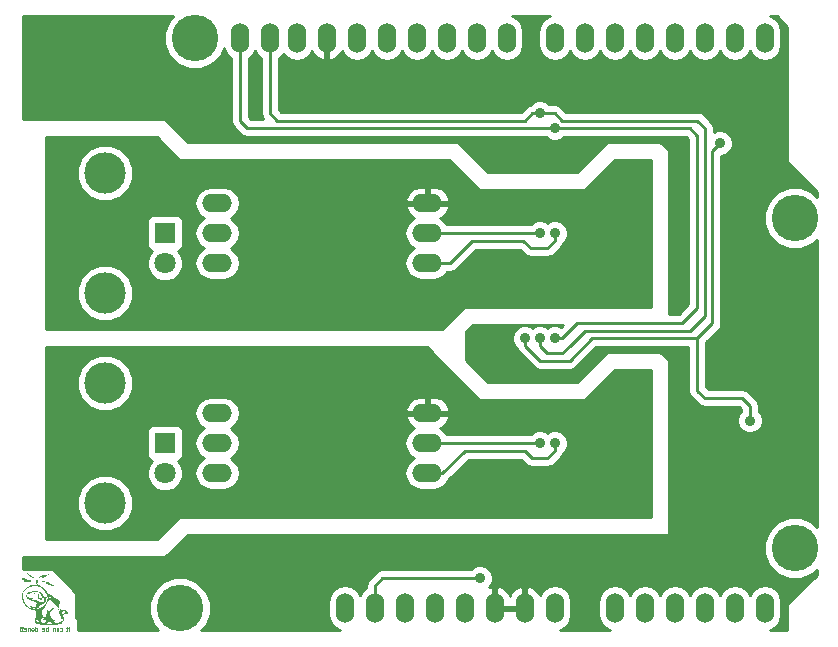
<source format=gbl>
G04 (created by PCBNEW (2013-07-07 BZR 4022)-stable) date 15/12/2015 05:16:37*
%MOIN*%
G04 Gerber Fmt 3.4, Leading zero omitted, Abs format*
%FSLAX34Y34*%
G01*
G70*
G90*
G04 APERTURE LIST*
%ADD10C,0.00590551*%
%ADD11C,0.0019685*%
%ADD12C,0.0001*%
%ADD13C,0.137795*%
%ADD14R,0.0708661X0.0708661*%
%ADD15C,0.0708661*%
%ADD16O,0.06X0.1*%
%ADD17C,0.155*%
%ADD18O,0.1X0.0607087*%
%ADD19O,0.1X0.06*%
%ADD20C,0.035*%
%ADD21C,0.01*%
G04 APERTURE END LIST*
G54D10*
G54D11*
X45313Y-48255D02*
X45313Y-48117D01*
X45267Y-48163D02*
X45215Y-48163D01*
X45248Y-48117D02*
X45248Y-48236D01*
X45241Y-48249D01*
X45228Y-48255D01*
X45215Y-48255D01*
X45005Y-48249D02*
X45018Y-48255D01*
X45044Y-48255D01*
X45057Y-48249D01*
X45064Y-48242D01*
X45070Y-48229D01*
X45070Y-48190D01*
X45064Y-48177D01*
X45057Y-48170D01*
X45044Y-48163D01*
X45018Y-48163D01*
X45005Y-48170D01*
X44887Y-48255D02*
X44887Y-48183D01*
X44893Y-48170D01*
X44906Y-48163D01*
X44933Y-48163D01*
X44946Y-48170D01*
X44887Y-48249D02*
X44900Y-48255D01*
X44933Y-48255D01*
X44946Y-48249D01*
X44952Y-48236D01*
X44952Y-48222D01*
X44946Y-48209D01*
X44933Y-48203D01*
X44900Y-48203D01*
X44887Y-48196D01*
X44821Y-48163D02*
X44821Y-48255D01*
X44821Y-48177D02*
X44814Y-48170D01*
X44801Y-48163D01*
X44782Y-48163D01*
X44769Y-48170D01*
X44762Y-48183D01*
X44762Y-48255D01*
X44591Y-48255D02*
X44591Y-48117D01*
X44591Y-48170D02*
X44578Y-48163D01*
X44552Y-48163D01*
X44539Y-48170D01*
X44532Y-48177D01*
X44526Y-48190D01*
X44526Y-48229D01*
X44532Y-48242D01*
X44539Y-48249D01*
X44552Y-48255D01*
X44578Y-48255D01*
X44591Y-48249D01*
X44414Y-48249D02*
X44427Y-48255D01*
X44454Y-48255D01*
X44467Y-48249D01*
X44473Y-48236D01*
X44473Y-48183D01*
X44467Y-48170D01*
X44454Y-48163D01*
X44427Y-48163D01*
X44414Y-48170D01*
X44408Y-48183D01*
X44408Y-48196D01*
X44473Y-48209D01*
X44185Y-48255D02*
X44185Y-48117D01*
X44185Y-48249D02*
X44198Y-48255D01*
X44224Y-48255D01*
X44237Y-48249D01*
X44244Y-48242D01*
X44250Y-48229D01*
X44250Y-48190D01*
X44244Y-48177D01*
X44237Y-48170D01*
X44224Y-48163D01*
X44198Y-48163D01*
X44185Y-48170D01*
X44099Y-48255D02*
X44112Y-48249D01*
X44119Y-48242D01*
X44125Y-48229D01*
X44125Y-48190D01*
X44119Y-48177D01*
X44112Y-48170D01*
X44099Y-48163D01*
X44080Y-48163D01*
X44066Y-48170D01*
X44060Y-48177D01*
X44053Y-48190D01*
X44053Y-48229D01*
X44060Y-48242D01*
X44066Y-48249D01*
X44080Y-48255D01*
X44099Y-48255D01*
X43994Y-48163D02*
X43994Y-48255D01*
X43994Y-48177D02*
X43988Y-48170D01*
X43975Y-48163D01*
X43955Y-48163D01*
X43942Y-48170D01*
X43935Y-48183D01*
X43935Y-48255D01*
X43817Y-48249D02*
X43830Y-48255D01*
X43856Y-48255D01*
X43870Y-48249D01*
X43876Y-48236D01*
X43876Y-48183D01*
X43870Y-48170D01*
X43856Y-48163D01*
X43830Y-48163D01*
X43817Y-48170D01*
X43811Y-48183D01*
X43811Y-48196D01*
X43876Y-48209D01*
X43751Y-48242D02*
X43745Y-48249D01*
X43751Y-48255D01*
X43758Y-48249D01*
X43751Y-48242D01*
X43751Y-48255D01*
X43751Y-48203D02*
X43758Y-48124D01*
X43751Y-48117D01*
X43745Y-48124D01*
X43751Y-48203D01*
X43751Y-48117D01*
X43686Y-48242D02*
X43679Y-48249D01*
X43686Y-48255D01*
X43692Y-48249D01*
X43686Y-48242D01*
X43686Y-48255D01*
X43686Y-48203D02*
X43692Y-48124D01*
X43686Y-48117D01*
X43679Y-48124D01*
X43686Y-48203D01*
X43686Y-48117D01*
G54D12*
G36*
X43726Y-47053D02*
X43732Y-47171D01*
X43761Y-47253D01*
X43761Y-47131D01*
X43764Y-47024D01*
X43798Y-46930D01*
X43825Y-46895D01*
X43901Y-46837D01*
X44004Y-46795D01*
X44120Y-46772D01*
X44235Y-46769D01*
X44333Y-46791D01*
X44352Y-46800D01*
X44441Y-46865D01*
X44517Y-46955D01*
X44572Y-47058D01*
X44597Y-47158D01*
X44597Y-47173D01*
X44578Y-47264D01*
X44526Y-47356D01*
X44450Y-47438D01*
X44406Y-47470D01*
X44285Y-47522D01*
X44159Y-47532D01*
X44029Y-47499D01*
X44016Y-47493D01*
X43918Y-47429D01*
X43841Y-47341D01*
X43788Y-47239D01*
X43761Y-47131D01*
X43761Y-47253D01*
X43774Y-47291D01*
X43853Y-47409D01*
X43858Y-47413D01*
X43920Y-47475D01*
X43987Y-47518D01*
X44074Y-47549D01*
X44141Y-47565D01*
X44193Y-47595D01*
X44216Y-47656D01*
X44207Y-47743D01*
X44191Y-47797D01*
X44168Y-47880D01*
X44166Y-47948D01*
X44168Y-47957D01*
X44186Y-47999D01*
X44191Y-48001D01*
X44191Y-47911D01*
X44197Y-47876D01*
X44214Y-47839D01*
X44232Y-47801D01*
X44239Y-47797D01*
X44237Y-47804D01*
X44237Y-47842D01*
X44252Y-47881D01*
X44272Y-47908D01*
X44292Y-47911D01*
X44298Y-47902D01*
X44307Y-47891D01*
X44311Y-47911D01*
X44296Y-47942D01*
X44256Y-47949D01*
X44208Y-47931D01*
X44191Y-47911D01*
X44191Y-48001D01*
X44223Y-48014D01*
X44254Y-48016D01*
X44269Y-48017D01*
X44269Y-47983D01*
X44280Y-47972D01*
X44291Y-47983D01*
X44280Y-47993D01*
X44269Y-47983D01*
X44269Y-48017D01*
X44310Y-48021D01*
X44346Y-48035D01*
X44347Y-48035D01*
X44369Y-48045D01*
X44369Y-47944D01*
X44374Y-47876D01*
X44387Y-47841D01*
X44414Y-47827D01*
X44449Y-47823D01*
X44503Y-47815D01*
X44528Y-47806D01*
X44517Y-47799D01*
X44482Y-47797D01*
X44435Y-47791D01*
X44414Y-47780D01*
X44426Y-47769D01*
X44469Y-47764D01*
X44476Y-47764D01*
X44529Y-47774D01*
X44544Y-47798D01*
X44524Y-47823D01*
X44475Y-47841D01*
X44434Y-47854D01*
X44437Y-47869D01*
X44439Y-47869D01*
X44481Y-47878D01*
X44510Y-47873D01*
X44541Y-47865D01*
X44551Y-47874D01*
X44542Y-47910D01*
X44531Y-47944D01*
X44510Y-47988D01*
X44480Y-48001D01*
X44437Y-47995D01*
X44383Y-47973D01*
X44369Y-47944D01*
X44369Y-48045D01*
X44380Y-48049D01*
X44442Y-48061D01*
X44519Y-48070D01*
X44597Y-48074D01*
X44664Y-48073D01*
X44708Y-48067D01*
X44716Y-48062D01*
X44709Y-48044D01*
X44660Y-48037D01*
X44655Y-48037D01*
X44593Y-48030D01*
X44565Y-48012D01*
X44575Y-47987D01*
X44595Y-47973D01*
X44660Y-47951D01*
X44708Y-47969D01*
X44733Y-48007D01*
X44752Y-48039D01*
X44775Y-48055D01*
X44794Y-48056D01*
X44794Y-48005D01*
X44805Y-47993D01*
X44816Y-48005D01*
X44805Y-48016D01*
X44794Y-48005D01*
X44794Y-48056D01*
X44818Y-48057D01*
X44882Y-48052D01*
X44979Y-48039D01*
X45040Y-48024D01*
X45071Y-48003D01*
X45078Y-47977D01*
X45095Y-47937D01*
X45114Y-47918D01*
X45132Y-47886D01*
X45138Y-47841D01*
X45130Y-47797D01*
X45113Y-47768D01*
X45093Y-47767D01*
X45088Y-47765D01*
X45110Y-47741D01*
X45111Y-47740D01*
X45157Y-47696D01*
X45185Y-47665D01*
X45207Y-47644D01*
X45206Y-47659D01*
X45203Y-47669D01*
X45204Y-47698D01*
X45233Y-47703D01*
X45264Y-47690D01*
X45262Y-47659D01*
X45231Y-47597D01*
X45186Y-47554D01*
X45139Y-47534D01*
X45099Y-47545D01*
X45088Y-47558D01*
X45063Y-47564D01*
X45033Y-47543D01*
X45001Y-47520D01*
X44993Y-47528D01*
X45008Y-47571D01*
X45024Y-47606D01*
X45044Y-47650D01*
X45045Y-47658D01*
X45026Y-47633D01*
X45021Y-47627D01*
X44984Y-47586D01*
X44964Y-47582D01*
X44968Y-47614D01*
X44983Y-47649D01*
X45014Y-47718D01*
X45035Y-47785D01*
X45035Y-47786D01*
X45052Y-47830D01*
X45074Y-47846D01*
X45075Y-47846D01*
X45082Y-47848D01*
X45082Y-47672D01*
X45082Y-47638D01*
X45103Y-47596D01*
X45128Y-47582D01*
X45159Y-47590D01*
X45164Y-47620D01*
X45141Y-47659D01*
X45140Y-47661D01*
X45102Y-47686D01*
X45082Y-47672D01*
X45082Y-47848D01*
X45098Y-47852D01*
X45090Y-47885D01*
X45057Y-47933D01*
X45005Y-47976D01*
X44940Y-48001D01*
X44876Y-48003D01*
X44830Y-47982D01*
X44825Y-47976D01*
X44809Y-47941D01*
X44822Y-47924D01*
X44825Y-47906D01*
X44790Y-47883D01*
X44743Y-47846D01*
X44703Y-47789D01*
X44698Y-47778D01*
X44674Y-47685D01*
X44690Y-47606D01*
X44744Y-47545D01*
X44769Y-47531D01*
X44812Y-47501D01*
X44817Y-47481D01*
X44788Y-47478D01*
X44743Y-47493D01*
X44701Y-47525D01*
X44662Y-47574D01*
X44636Y-47625D01*
X44631Y-47665D01*
X44633Y-47670D01*
X44627Y-47686D01*
X44620Y-47688D01*
X44604Y-47668D01*
X44598Y-47622D01*
X44597Y-47621D01*
X44591Y-47577D01*
X44576Y-47567D01*
X44575Y-47567D01*
X44560Y-47596D01*
X44554Y-47649D01*
X44554Y-47654D01*
X44539Y-47715D01*
X44504Y-47747D01*
X44460Y-47749D01*
X44420Y-47722D01*
X44395Y-47663D01*
X44394Y-47659D01*
X44395Y-47580D01*
X44430Y-47512D01*
X44487Y-47455D01*
X44533Y-47404D01*
X44576Y-47334D01*
X44586Y-47312D01*
X44612Y-47254D01*
X44625Y-47226D01*
X44625Y-47088D01*
X44648Y-47081D01*
X44669Y-47087D01*
X44693Y-47114D01*
X44692Y-47131D01*
X44668Y-47160D01*
X44643Y-47148D01*
X44632Y-47127D01*
X44625Y-47088D01*
X44625Y-47226D01*
X44630Y-47216D01*
X44634Y-47209D01*
X44656Y-47212D01*
X44701Y-47241D01*
X44750Y-47281D01*
X44750Y-47108D01*
X44761Y-47097D01*
X44772Y-47108D01*
X44761Y-47119D01*
X44750Y-47108D01*
X44750Y-47281D01*
X44761Y-47291D01*
X44828Y-47354D01*
X44857Y-47383D01*
X44923Y-47448D01*
X44966Y-47483D01*
X44984Y-47487D01*
X44975Y-47459D01*
X44972Y-47452D01*
X44966Y-47402D01*
X44982Y-47371D01*
X45006Y-47332D01*
X45013Y-47312D01*
X44998Y-47279D01*
X44960Y-47234D01*
X44913Y-47189D01*
X44869Y-47156D01*
X44841Y-47146D01*
X44811Y-47135D01*
X44806Y-47119D01*
X44785Y-47091D01*
X44729Y-47064D01*
X44701Y-47054D01*
X44641Y-47032D01*
X44603Y-47009D01*
X44597Y-46999D01*
X44580Y-46958D01*
X44538Y-46903D01*
X44479Y-46843D01*
X44413Y-46789D01*
X44351Y-46749D01*
X44340Y-46744D01*
X44281Y-46717D01*
X44255Y-46694D01*
X44251Y-46660D01*
X44257Y-46626D01*
X44263Y-46574D01*
X44252Y-46552D01*
X44237Y-46550D01*
X44216Y-46558D01*
X44211Y-46591D01*
X44217Y-46637D01*
X44231Y-46725D01*
X44134Y-46725D01*
X44032Y-46740D01*
X43925Y-46781D01*
X43823Y-46852D01*
X43757Y-46946D01*
X43726Y-47053D01*
X43726Y-47053D01*
X43726Y-47053D01*
G37*
G36*
X44925Y-47521D02*
X44941Y-47541D01*
X44947Y-47545D01*
X44968Y-47551D01*
X44969Y-47548D01*
X44954Y-47528D01*
X44947Y-47524D01*
X44927Y-47518D01*
X44925Y-47521D01*
X44925Y-47521D01*
X44925Y-47521D01*
G37*
G36*
X44816Y-47130D02*
X44827Y-47140D01*
X44838Y-47130D01*
X44827Y-47119D01*
X44816Y-47130D01*
X44816Y-47130D01*
X44816Y-47130D01*
G37*
G36*
X44388Y-46612D02*
X44417Y-46628D01*
X44473Y-46637D01*
X44494Y-46638D01*
X44549Y-46641D01*
X44563Y-46650D01*
X44554Y-46659D01*
X44534Y-46675D01*
X44536Y-46688D01*
X44566Y-46702D01*
X44630Y-46722D01*
X44666Y-46733D01*
X44751Y-46757D01*
X44798Y-46766D01*
X44811Y-46761D01*
X44795Y-46743D01*
X44785Y-46735D01*
X44735Y-46709D01*
X44702Y-46703D01*
X44669Y-46689D01*
X44662Y-46673D01*
X44655Y-46648D01*
X44625Y-46629D01*
X44567Y-46615D01*
X44485Y-46602D01*
X44418Y-46596D01*
X44388Y-46600D01*
X44388Y-46612D01*
X44388Y-46612D01*
X44388Y-46612D01*
G37*
G36*
X43701Y-46528D02*
X43720Y-46543D01*
X43765Y-46550D01*
X43765Y-46550D01*
X43811Y-46556D01*
X43820Y-46575D01*
X43818Y-46583D01*
X43818Y-46601D01*
X43842Y-46612D01*
X43899Y-46615D01*
X43937Y-46615D01*
X44010Y-46612D01*
X44063Y-46604D01*
X44083Y-46594D01*
X44073Y-46579D01*
X44027Y-46572D01*
X44010Y-46572D01*
X43941Y-46563D01*
X43911Y-46539D01*
X43886Y-46521D01*
X43837Y-46509D01*
X43779Y-46505D01*
X43729Y-46509D01*
X43702Y-46523D01*
X43701Y-46528D01*
X43701Y-46528D01*
X43701Y-46528D01*
G37*
G36*
X44291Y-46476D02*
X44298Y-46494D01*
X44323Y-46486D01*
X44344Y-46472D01*
X44382Y-46451D01*
X44399Y-46456D01*
X44404Y-46470D01*
X44416Y-46484D01*
X44447Y-46479D01*
X44503Y-46455D01*
X44542Y-46435D01*
X44604Y-46401D01*
X44642Y-46374D01*
X44649Y-46360D01*
X44648Y-46360D01*
X44612Y-46363D01*
X44560Y-46383D01*
X44556Y-46385D01*
X44501Y-46404D01*
X44458Y-46406D01*
X44456Y-46405D01*
X44411Y-46404D01*
X44357Y-46419D01*
X44311Y-46446D01*
X44291Y-46476D01*
X44291Y-46476D01*
X44291Y-46476D01*
X44291Y-46476D01*
G37*
G36*
X43914Y-46334D02*
X43922Y-46358D01*
X43946Y-46386D01*
X43991Y-46423D01*
X44046Y-46456D01*
X44101Y-46482D01*
X44142Y-46494D01*
X44160Y-46487D01*
X44160Y-46486D01*
X44141Y-46463D01*
X44119Y-46452D01*
X44075Y-46428D01*
X44023Y-46389D01*
X44019Y-46385D01*
X43970Y-46348D01*
X43933Y-46331D01*
X43914Y-46334D01*
X43914Y-46334D01*
X43914Y-46334D01*
G37*
G36*
X43867Y-47020D02*
X43876Y-47085D01*
X43882Y-47100D01*
X43910Y-47157D01*
X43946Y-47197D01*
X43993Y-47222D01*
X43993Y-47199D01*
X44002Y-47191D01*
X44036Y-47188D01*
X44044Y-47193D01*
X44038Y-47203D01*
X44015Y-47205D01*
X43993Y-47199D01*
X43993Y-47222D01*
X44000Y-47226D01*
X44084Y-47255D01*
X44099Y-47259D01*
X44174Y-47282D01*
X44212Y-47301D01*
X44222Y-47323D01*
X44208Y-47353D01*
X44204Y-47358D01*
X44197Y-47406D01*
X44206Y-47429D01*
X44214Y-47459D01*
X44189Y-47469D01*
X44177Y-47469D01*
X44120Y-47458D01*
X44067Y-47437D01*
X44025Y-47418D01*
X44008Y-47423D01*
X44006Y-47435D01*
X44026Y-47463D01*
X44075Y-47487D01*
X44140Y-47505D01*
X44205Y-47513D01*
X44258Y-47508D01*
X44277Y-47498D01*
X44289Y-47465D01*
X44291Y-47444D01*
X44309Y-47411D01*
X44366Y-47385D01*
X44377Y-47381D01*
X44449Y-47350D01*
X44507Y-47301D01*
X44542Y-47246D01*
X44546Y-47201D01*
X44546Y-47169D01*
X44556Y-47163D01*
X44575Y-47146D01*
X44575Y-47138D01*
X44559Y-47123D01*
X44545Y-47125D01*
X44504Y-47123D01*
X44491Y-47114D01*
X44477Y-47109D01*
X44476Y-47142D01*
X44479Y-47165D01*
X44481Y-47226D01*
X44457Y-47269D01*
X44443Y-47283D01*
X44405Y-47310D01*
X44386Y-47302D01*
X44384Y-47299D01*
X44364Y-47273D01*
X44347Y-47281D01*
X44348Y-47310D01*
X44353Y-47333D01*
X44340Y-47320D01*
X44290Y-47277D01*
X44218Y-47243D01*
X44143Y-47228D01*
X44136Y-47228D01*
X44090Y-47221D01*
X44072Y-47206D01*
X44089Y-47185D01*
X44094Y-47184D01*
X44115Y-47167D01*
X44116Y-47161D01*
X44099Y-47148D01*
X44074Y-47151D01*
X44002Y-47156D01*
X43937Y-47128D01*
X43900Y-47083D01*
X43879Y-47031D01*
X43880Y-47014D01*
X43905Y-47028D01*
X43907Y-47030D01*
X43939Y-47043D01*
X43951Y-47034D01*
X43977Y-47016D01*
X44032Y-46991D01*
X44075Y-46976D01*
X44191Y-46952D01*
X44284Y-46965D01*
X44354Y-47015D01*
X44385Y-47064D01*
X44414Y-47132D01*
X44420Y-47169D01*
X44403Y-47184D01*
X44392Y-47184D01*
X44348Y-47165D01*
X44315Y-47114D01*
X44307Y-47079D01*
X44294Y-47029D01*
X44281Y-47020D01*
X44271Y-47052D01*
X44269Y-47093D01*
X44277Y-47163D01*
X44302Y-47199D01*
X44307Y-47203D01*
X44366Y-47213D01*
X44418Y-47186D01*
X44449Y-47132D01*
X44451Y-47126D01*
X44444Y-47058D01*
X44403Y-46999D01*
X44334Y-46956D01*
X44248Y-46931D01*
X44151Y-46930D01*
X44103Y-46940D01*
X44031Y-46956D01*
X43970Y-46965D01*
X43954Y-46966D01*
X43893Y-46980D01*
X43867Y-47020D01*
X43867Y-47020D01*
X43867Y-47020D01*
G37*
G36*
X43968Y-47415D02*
X43970Y-47417D01*
X43983Y-47415D01*
X43985Y-47403D01*
X43977Y-47385D01*
X43970Y-47388D01*
X43968Y-47415D01*
X43968Y-47415D01*
X43968Y-47415D01*
G37*
G36*
X43875Y-47324D02*
X43891Y-47344D01*
X43897Y-47348D01*
X43918Y-47354D01*
X43919Y-47351D01*
X43904Y-47331D01*
X43897Y-47327D01*
X43877Y-47321D01*
X43875Y-47324D01*
X43875Y-47324D01*
X43875Y-47324D01*
G37*
G36*
X44400Y-47283D02*
X44411Y-47294D01*
X44422Y-47283D01*
X44411Y-47272D01*
X44400Y-47283D01*
X44400Y-47283D01*
X44400Y-47283D01*
G37*
G36*
X44143Y-47021D02*
X44145Y-47024D01*
X44158Y-47021D01*
X44160Y-47009D01*
X44152Y-46991D01*
X44145Y-46995D01*
X44143Y-47021D01*
X44143Y-47021D01*
X44143Y-47021D01*
G37*
G54D13*
X46500Y-44000D03*
X46500Y-40000D03*
G54D14*
X48500Y-42000D03*
G54D15*
X48500Y-43000D03*
G54D13*
X46500Y-37000D03*
X46500Y-33000D03*
G54D14*
X48500Y-35000D03*
G54D15*
X48500Y-36000D03*
G54D16*
X68500Y-47500D03*
X67500Y-47500D03*
X66500Y-47500D03*
X63500Y-47500D03*
X64500Y-47500D03*
X65500Y-47500D03*
X61500Y-47500D03*
X60500Y-47500D03*
X59500Y-47500D03*
X57500Y-47500D03*
X56500Y-47500D03*
X68500Y-28500D03*
X67500Y-28500D03*
X66500Y-28500D03*
X65500Y-28500D03*
X64500Y-28500D03*
X63500Y-28500D03*
X62500Y-28500D03*
X61500Y-28500D03*
X59900Y-28500D03*
X58900Y-28500D03*
X57900Y-28500D03*
X56900Y-28500D03*
X55900Y-28500D03*
X54900Y-28500D03*
X53900Y-28500D03*
X52900Y-28500D03*
X58500Y-47500D03*
G54D17*
X69500Y-45500D03*
X69500Y-34500D03*
X49500Y-28500D03*
X49000Y-47500D03*
G54D16*
X55500Y-47500D03*
X54500Y-47500D03*
X52000Y-28500D03*
X51000Y-28500D03*
G54D18*
X57250Y-34000D03*
G54D19*
X57250Y-35000D03*
X57250Y-36000D03*
X50250Y-34000D03*
X50250Y-35000D03*
X50250Y-36000D03*
G54D18*
X57250Y-41000D03*
G54D19*
X57250Y-42000D03*
X57250Y-43000D03*
X50250Y-41000D03*
X50250Y-42000D03*
X50250Y-43000D03*
G54D20*
X59500Y-39500D03*
X52000Y-46000D03*
X51500Y-29750D03*
X47000Y-29000D03*
X61000Y-35000D03*
X61000Y-38500D03*
X61000Y-31000D03*
X61000Y-42000D03*
X61500Y-42000D03*
X61500Y-35000D03*
X61500Y-38500D03*
X61500Y-31500D03*
X59000Y-46500D03*
X68000Y-41250D03*
X60500Y-38500D03*
X67000Y-32000D03*
G54D21*
X57250Y-35000D02*
X61000Y-35000D01*
X66500Y-33000D02*
X66500Y-37750D01*
X66500Y-33000D02*
X66500Y-31500D01*
X66500Y-31500D02*
X66250Y-31250D01*
X66250Y-31250D02*
X61750Y-31250D01*
X61750Y-31250D02*
X61500Y-31000D01*
X61000Y-31000D02*
X61500Y-31000D01*
X61000Y-38750D02*
X61000Y-38500D01*
X61250Y-39000D02*
X61000Y-38750D01*
X61750Y-39000D02*
X61250Y-39000D01*
X62000Y-38750D02*
X61750Y-39000D01*
X62500Y-38250D02*
X62000Y-38750D01*
X66000Y-38250D02*
X62500Y-38250D01*
X66500Y-37750D02*
X66000Y-38250D01*
X52000Y-31000D02*
X52000Y-28500D01*
X60750Y-31000D02*
X61000Y-31000D01*
X60500Y-31250D02*
X59500Y-31250D01*
X60750Y-31000D02*
X60500Y-31250D01*
X59500Y-31250D02*
X52250Y-31250D01*
X52250Y-31250D02*
X52000Y-31000D01*
X57250Y-42000D02*
X61000Y-42000D01*
X57250Y-43000D02*
X57750Y-43000D01*
X61500Y-42250D02*
X61500Y-42000D01*
X61250Y-42500D02*
X61500Y-42250D01*
X60750Y-42500D02*
X61250Y-42500D01*
X60500Y-42250D02*
X60750Y-42500D01*
X58500Y-42250D02*
X60500Y-42250D01*
X57750Y-43000D02*
X58500Y-42250D01*
X57250Y-36000D02*
X58000Y-36000D01*
X61500Y-35250D02*
X61500Y-35000D01*
X61250Y-35500D02*
X61500Y-35250D01*
X60700Y-35500D02*
X61250Y-35500D01*
X60450Y-35250D02*
X60700Y-35500D01*
X58750Y-35250D02*
X60450Y-35250D01*
X58000Y-36000D02*
X58750Y-35250D01*
X65750Y-38000D02*
X62250Y-38000D01*
X66250Y-37500D02*
X65750Y-38000D01*
X66250Y-33250D02*
X66250Y-31750D01*
X66250Y-31750D02*
X66000Y-31500D01*
X61500Y-31500D02*
X66000Y-31500D01*
X66250Y-33250D02*
X66250Y-37500D01*
X61750Y-38500D02*
X61500Y-38500D01*
X62250Y-38000D02*
X61750Y-38500D01*
X61500Y-31500D02*
X61000Y-31500D01*
X61000Y-31500D02*
X51750Y-31500D01*
X51750Y-31500D02*
X51250Y-31500D01*
X51250Y-31500D02*
X51000Y-31250D01*
X51000Y-31250D02*
X51000Y-28500D01*
X67750Y-40500D02*
X68000Y-40750D01*
X66250Y-40250D02*
X66500Y-40500D01*
X59000Y-46500D02*
X55750Y-46500D01*
X55750Y-46500D02*
X55500Y-46750D01*
X55500Y-47500D02*
X55500Y-46750D01*
X66250Y-40250D02*
X66250Y-38500D01*
X66500Y-40500D02*
X67500Y-40500D01*
X67500Y-40500D02*
X67750Y-40500D01*
X68000Y-40750D02*
X68000Y-41250D01*
X60500Y-38500D02*
X60500Y-38750D01*
X66750Y-32250D02*
X67000Y-32000D01*
X66750Y-38000D02*
X66750Y-32250D01*
X66250Y-38500D02*
X66750Y-38000D01*
X62750Y-38500D02*
X66250Y-38500D01*
X62000Y-39250D02*
X62750Y-38500D01*
X61000Y-39250D02*
X62000Y-39250D01*
X60500Y-38750D02*
X61000Y-39250D01*
G54D10*
G36*
X64700Y-37450D02*
X61925Y-37450D01*
X61925Y-34915D01*
X61860Y-34759D01*
X61741Y-34639D01*
X61584Y-34575D01*
X61415Y-34574D01*
X61259Y-34639D01*
X61250Y-34648D01*
X61241Y-34639D01*
X61084Y-34575D01*
X60915Y-34574D01*
X60759Y-34639D01*
X60698Y-34700D01*
X57913Y-34700D01*
X57853Y-34611D01*
X57684Y-34498D01*
X57704Y-34492D01*
X57873Y-34356D01*
X57976Y-34165D01*
X57983Y-34135D01*
X57983Y-33864D01*
X57976Y-33834D01*
X57873Y-33643D01*
X57704Y-33507D01*
X57496Y-33446D01*
X57300Y-33446D01*
X57300Y-33950D01*
X57934Y-33950D01*
X57983Y-33864D01*
X57983Y-34135D01*
X57934Y-34050D01*
X57300Y-34050D01*
X57300Y-34057D01*
X57200Y-34057D01*
X57200Y-34050D01*
X57200Y-33950D01*
X57200Y-33446D01*
X57003Y-33446D01*
X56795Y-33507D01*
X56626Y-33643D01*
X56523Y-33834D01*
X56516Y-33864D01*
X56565Y-33950D01*
X57200Y-33950D01*
X57200Y-34050D01*
X56565Y-34050D01*
X56516Y-34135D01*
X56523Y-34165D01*
X56626Y-34356D01*
X56795Y-34492D01*
X56815Y-34498D01*
X56646Y-34611D01*
X56527Y-34789D01*
X56485Y-35000D01*
X56527Y-35210D01*
X56646Y-35388D01*
X56812Y-35500D01*
X56646Y-35611D01*
X56527Y-35789D01*
X56485Y-36000D01*
X56527Y-36210D01*
X56646Y-36388D01*
X56824Y-36508D01*
X57035Y-36550D01*
X57464Y-36550D01*
X57675Y-36508D01*
X57853Y-36388D01*
X57913Y-36300D01*
X58000Y-36300D01*
X58000Y-36299D01*
X58114Y-36277D01*
X58114Y-36277D01*
X58212Y-36212D01*
X58874Y-35550D01*
X60325Y-35550D01*
X60487Y-35712D01*
X60487Y-35712D01*
X60585Y-35777D01*
X60700Y-35800D01*
X61250Y-35800D01*
X61250Y-35799D01*
X61364Y-35777D01*
X61364Y-35777D01*
X61462Y-35712D01*
X61712Y-35462D01*
X61712Y-35462D01*
X61777Y-35364D01*
X61787Y-35313D01*
X61860Y-35241D01*
X61924Y-35084D01*
X61925Y-34915D01*
X61925Y-37450D01*
X58479Y-37450D01*
X57729Y-38200D01*
X51014Y-38200D01*
X51014Y-36000D01*
X50972Y-35789D01*
X50853Y-35611D01*
X50687Y-35500D01*
X50853Y-35388D01*
X50972Y-35210D01*
X51014Y-35000D01*
X50972Y-34789D01*
X50853Y-34611D01*
X50687Y-34500D01*
X50853Y-34388D01*
X50972Y-34210D01*
X51014Y-34000D01*
X50972Y-33789D01*
X50853Y-33611D01*
X50675Y-33491D01*
X50464Y-33450D01*
X50035Y-33450D01*
X49824Y-33491D01*
X49646Y-33611D01*
X49527Y-33789D01*
X49485Y-34000D01*
X49527Y-34210D01*
X49646Y-34388D01*
X49812Y-34500D01*
X49646Y-34611D01*
X49527Y-34789D01*
X49485Y-35000D01*
X49527Y-35210D01*
X49646Y-35388D01*
X49812Y-35500D01*
X49646Y-35611D01*
X49527Y-35789D01*
X49485Y-36000D01*
X49527Y-36210D01*
X49646Y-36388D01*
X49824Y-36508D01*
X50035Y-36550D01*
X50464Y-36550D01*
X50675Y-36508D01*
X50853Y-36388D01*
X50972Y-36210D01*
X51014Y-36000D01*
X51014Y-38200D01*
X49104Y-38200D01*
X49104Y-35880D01*
X49012Y-35658D01*
X48942Y-35588D01*
X48995Y-35566D01*
X49066Y-35496D01*
X49104Y-35404D01*
X49104Y-35304D01*
X49104Y-34596D01*
X49066Y-34504D01*
X48996Y-34433D01*
X48904Y-34395D01*
X48804Y-34395D01*
X48096Y-34395D01*
X48004Y-34433D01*
X47933Y-34503D01*
X47895Y-34595D01*
X47895Y-34695D01*
X47895Y-35403D01*
X47933Y-35495D01*
X48003Y-35566D01*
X48057Y-35588D01*
X47987Y-35657D01*
X47895Y-35879D01*
X47895Y-36119D01*
X47987Y-36341D01*
X48157Y-36512D01*
X48379Y-36604D01*
X48619Y-36604D01*
X48841Y-36512D01*
X49012Y-36342D01*
X49104Y-36120D01*
X49104Y-35880D01*
X49104Y-38200D01*
X47439Y-38200D01*
X47439Y-36814D01*
X47439Y-32814D01*
X47296Y-32468D01*
X47032Y-32204D01*
X46687Y-32061D01*
X46314Y-32060D01*
X45968Y-32203D01*
X45704Y-32467D01*
X45561Y-32812D01*
X45560Y-33185D01*
X45703Y-33531D01*
X45967Y-33795D01*
X46312Y-33938D01*
X46685Y-33939D01*
X47031Y-33796D01*
X47295Y-33532D01*
X47438Y-33187D01*
X47439Y-32814D01*
X47439Y-36814D01*
X47296Y-36468D01*
X47032Y-36204D01*
X46687Y-36061D01*
X46314Y-36060D01*
X45968Y-36203D01*
X45704Y-36467D01*
X45561Y-36812D01*
X45560Y-37185D01*
X45703Y-37531D01*
X45967Y-37795D01*
X46312Y-37938D01*
X46685Y-37939D01*
X47031Y-37796D01*
X47295Y-37532D01*
X47438Y-37187D01*
X47439Y-36814D01*
X47439Y-38200D01*
X44550Y-38200D01*
X44550Y-31800D01*
X48229Y-31800D01*
X48979Y-32550D01*
X57979Y-32550D01*
X58979Y-33550D01*
X62520Y-33550D01*
X63520Y-32550D01*
X64700Y-32550D01*
X64700Y-37450D01*
X64700Y-37450D01*
G37*
G54D21*
X64700Y-37450D02*
X61925Y-37450D01*
X61925Y-34915D01*
X61860Y-34759D01*
X61741Y-34639D01*
X61584Y-34575D01*
X61415Y-34574D01*
X61259Y-34639D01*
X61250Y-34648D01*
X61241Y-34639D01*
X61084Y-34575D01*
X60915Y-34574D01*
X60759Y-34639D01*
X60698Y-34700D01*
X57913Y-34700D01*
X57853Y-34611D01*
X57684Y-34498D01*
X57704Y-34492D01*
X57873Y-34356D01*
X57976Y-34165D01*
X57983Y-34135D01*
X57983Y-33864D01*
X57976Y-33834D01*
X57873Y-33643D01*
X57704Y-33507D01*
X57496Y-33446D01*
X57300Y-33446D01*
X57300Y-33950D01*
X57934Y-33950D01*
X57983Y-33864D01*
X57983Y-34135D01*
X57934Y-34050D01*
X57300Y-34050D01*
X57300Y-34057D01*
X57200Y-34057D01*
X57200Y-34050D01*
X57200Y-33950D01*
X57200Y-33446D01*
X57003Y-33446D01*
X56795Y-33507D01*
X56626Y-33643D01*
X56523Y-33834D01*
X56516Y-33864D01*
X56565Y-33950D01*
X57200Y-33950D01*
X57200Y-34050D01*
X56565Y-34050D01*
X56516Y-34135D01*
X56523Y-34165D01*
X56626Y-34356D01*
X56795Y-34492D01*
X56815Y-34498D01*
X56646Y-34611D01*
X56527Y-34789D01*
X56485Y-35000D01*
X56527Y-35210D01*
X56646Y-35388D01*
X56812Y-35500D01*
X56646Y-35611D01*
X56527Y-35789D01*
X56485Y-36000D01*
X56527Y-36210D01*
X56646Y-36388D01*
X56824Y-36508D01*
X57035Y-36550D01*
X57464Y-36550D01*
X57675Y-36508D01*
X57853Y-36388D01*
X57913Y-36300D01*
X58000Y-36300D01*
X58000Y-36299D01*
X58114Y-36277D01*
X58114Y-36277D01*
X58212Y-36212D01*
X58874Y-35550D01*
X60325Y-35550D01*
X60487Y-35712D01*
X60487Y-35712D01*
X60585Y-35777D01*
X60700Y-35800D01*
X61250Y-35800D01*
X61250Y-35799D01*
X61364Y-35777D01*
X61364Y-35777D01*
X61462Y-35712D01*
X61712Y-35462D01*
X61712Y-35462D01*
X61777Y-35364D01*
X61787Y-35313D01*
X61860Y-35241D01*
X61924Y-35084D01*
X61925Y-34915D01*
X61925Y-37450D01*
X58479Y-37450D01*
X57729Y-38200D01*
X51014Y-38200D01*
X51014Y-36000D01*
X50972Y-35789D01*
X50853Y-35611D01*
X50687Y-35500D01*
X50853Y-35388D01*
X50972Y-35210D01*
X51014Y-35000D01*
X50972Y-34789D01*
X50853Y-34611D01*
X50687Y-34500D01*
X50853Y-34388D01*
X50972Y-34210D01*
X51014Y-34000D01*
X50972Y-33789D01*
X50853Y-33611D01*
X50675Y-33491D01*
X50464Y-33450D01*
X50035Y-33450D01*
X49824Y-33491D01*
X49646Y-33611D01*
X49527Y-33789D01*
X49485Y-34000D01*
X49527Y-34210D01*
X49646Y-34388D01*
X49812Y-34500D01*
X49646Y-34611D01*
X49527Y-34789D01*
X49485Y-35000D01*
X49527Y-35210D01*
X49646Y-35388D01*
X49812Y-35500D01*
X49646Y-35611D01*
X49527Y-35789D01*
X49485Y-36000D01*
X49527Y-36210D01*
X49646Y-36388D01*
X49824Y-36508D01*
X50035Y-36550D01*
X50464Y-36550D01*
X50675Y-36508D01*
X50853Y-36388D01*
X50972Y-36210D01*
X51014Y-36000D01*
X51014Y-38200D01*
X49104Y-38200D01*
X49104Y-35880D01*
X49012Y-35658D01*
X48942Y-35588D01*
X48995Y-35566D01*
X49066Y-35496D01*
X49104Y-35404D01*
X49104Y-35304D01*
X49104Y-34596D01*
X49066Y-34504D01*
X48996Y-34433D01*
X48904Y-34395D01*
X48804Y-34395D01*
X48096Y-34395D01*
X48004Y-34433D01*
X47933Y-34503D01*
X47895Y-34595D01*
X47895Y-34695D01*
X47895Y-35403D01*
X47933Y-35495D01*
X48003Y-35566D01*
X48057Y-35588D01*
X47987Y-35657D01*
X47895Y-35879D01*
X47895Y-36119D01*
X47987Y-36341D01*
X48157Y-36512D01*
X48379Y-36604D01*
X48619Y-36604D01*
X48841Y-36512D01*
X49012Y-36342D01*
X49104Y-36120D01*
X49104Y-35880D01*
X49104Y-38200D01*
X47439Y-38200D01*
X47439Y-36814D01*
X47439Y-32814D01*
X47296Y-32468D01*
X47032Y-32204D01*
X46687Y-32061D01*
X46314Y-32060D01*
X45968Y-32203D01*
X45704Y-32467D01*
X45561Y-32812D01*
X45560Y-33185D01*
X45703Y-33531D01*
X45967Y-33795D01*
X46312Y-33938D01*
X46685Y-33939D01*
X47031Y-33796D01*
X47295Y-33532D01*
X47438Y-33187D01*
X47439Y-32814D01*
X47439Y-36814D01*
X47296Y-36468D01*
X47032Y-36204D01*
X46687Y-36061D01*
X46314Y-36060D01*
X45968Y-36203D01*
X45704Y-36467D01*
X45561Y-36812D01*
X45560Y-37185D01*
X45703Y-37531D01*
X45967Y-37795D01*
X46312Y-37938D01*
X46685Y-37939D01*
X47031Y-37796D01*
X47295Y-37532D01*
X47438Y-37187D01*
X47439Y-36814D01*
X47439Y-38200D01*
X44550Y-38200D01*
X44550Y-31800D01*
X48229Y-31800D01*
X48979Y-32550D01*
X57979Y-32550D01*
X58979Y-33550D01*
X62520Y-33550D01*
X63520Y-32550D01*
X64700Y-32550D01*
X64700Y-37450D01*
G54D10*
G36*
X64700Y-44450D02*
X61925Y-44450D01*
X61925Y-41915D01*
X61860Y-41759D01*
X61741Y-41639D01*
X61584Y-41575D01*
X61415Y-41574D01*
X61259Y-41639D01*
X61250Y-41648D01*
X61241Y-41639D01*
X61084Y-41575D01*
X60915Y-41574D01*
X60759Y-41639D01*
X60698Y-41700D01*
X57913Y-41700D01*
X57853Y-41611D01*
X57684Y-41498D01*
X57704Y-41492D01*
X57873Y-41356D01*
X57976Y-41165D01*
X57983Y-41135D01*
X57983Y-40864D01*
X57976Y-40834D01*
X57873Y-40643D01*
X57704Y-40507D01*
X57496Y-40446D01*
X57300Y-40446D01*
X57300Y-40950D01*
X57934Y-40950D01*
X57983Y-40864D01*
X57983Y-41135D01*
X57934Y-41050D01*
X57300Y-41050D01*
X57300Y-41057D01*
X57200Y-41057D01*
X57200Y-41050D01*
X57200Y-40950D01*
X57200Y-40446D01*
X57003Y-40446D01*
X56795Y-40507D01*
X56626Y-40643D01*
X56523Y-40834D01*
X56516Y-40864D01*
X56565Y-40950D01*
X57200Y-40950D01*
X57200Y-41050D01*
X56565Y-41050D01*
X56516Y-41135D01*
X56523Y-41165D01*
X56626Y-41356D01*
X56795Y-41492D01*
X56815Y-41498D01*
X56646Y-41611D01*
X56527Y-41789D01*
X56485Y-42000D01*
X56527Y-42210D01*
X56646Y-42388D01*
X56812Y-42500D01*
X56646Y-42611D01*
X56527Y-42789D01*
X56485Y-43000D01*
X56527Y-43210D01*
X56646Y-43388D01*
X56824Y-43508D01*
X57035Y-43550D01*
X57464Y-43550D01*
X57675Y-43508D01*
X57853Y-43388D01*
X57972Y-43210D01*
X57975Y-43199D01*
X58624Y-42550D01*
X60375Y-42550D01*
X60537Y-42712D01*
X60537Y-42712D01*
X60635Y-42777D01*
X60750Y-42800D01*
X61250Y-42800D01*
X61250Y-42799D01*
X61364Y-42777D01*
X61364Y-42777D01*
X61462Y-42712D01*
X61712Y-42462D01*
X61712Y-42462D01*
X61777Y-42364D01*
X61787Y-42313D01*
X61860Y-42241D01*
X61924Y-42084D01*
X61925Y-41915D01*
X61925Y-44450D01*
X51014Y-44450D01*
X51014Y-43000D01*
X50972Y-42789D01*
X50853Y-42611D01*
X50687Y-42500D01*
X50853Y-42388D01*
X50972Y-42210D01*
X51014Y-42000D01*
X50972Y-41789D01*
X50853Y-41611D01*
X50687Y-41500D01*
X50853Y-41388D01*
X50972Y-41210D01*
X51014Y-41000D01*
X50972Y-40789D01*
X50853Y-40611D01*
X50675Y-40491D01*
X50464Y-40450D01*
X50035Y-40450D01*
X49824Y-40491D01*
X49646Y-40611D01*
X49527Y-40789D01*
X49485Y-41000D01*
X49527Y-41210D01*
X49646Y-41388D01*
X49812Y-41500D01*
X49646Y-41611D01*
X49527Y-41789D01*
X49485Y-42000D01*
X49527Y-42210D01*
X49646Y-42388D01*
X49812Y-42500D01*
X49646Y-42611D01*
X49527Y-42789D01*
X49485Y-43000D01*
X49527Y-43210D01*
X49646Y-43388D01*
X49824Y-43508D01*
X50035Y-43550D01*
X50464Y-43550D01*
X50675Y-43508D01*
X50853Y-43388D01*
X50972Y-43210D01*
X51014Y-43000D01*
X51014Y-44450D01*
X49104Y-44450D01*
X49104Y-42880D01*
X49012Y-42658D01*
X48942Y-42588D01*
X48995Y-42566D01*
X49066Y-42496D01*
X49104Y-42404D01*
X49104Y-42304D01*
X49104Y-41596D01*
X49066Y-41504D01*
X48996Y-41433D01*
X48904Y-41395D01*
X48804Y-41395D01*
X48096Y-41395D01*
X48004Y-41433D01*
X47933Y-41503D01*
X47895Y-41595D01*
X47895Y-41695D01*
X47895Y-42403D01*
X47933Y-42495D01*
X48003Y-42566D01*
X48057Y-42588D01*
X47987Y-42657D01*
X47895Y-42879D01*
X47895Y-43119D01*
X47987Y-43341D01*
X48157Y-43512D01*
X48379Y-43604D01*
X48619Y-43604D01*
X48841Y-43512D01*
X49012Y-43342D01*
X49104Y-43120D01*
X49104Y-42880D01*
X49104Y-44450D01*
X48979Y-44450D01*
X48229Y-45200D01*
X47439Y-45200D01*
X47439Y-43814D01*
X47439Y-39814D01*
X47296Y-39468D01*
X47032Y-39204D01*
X46687Y-39061D01*
X46314Y-39060D01*
X45968Y-39203D01*
X45704Y-39467D01*
X45561Y-39812D01*
X45560Y-40185D01*
X45703Y-40531D01*
X45967Y-40795D01*
X46312Y-40938D01*
X46685Y-40939D01*
X47031Y-40796D01*
X47295Y-40532D01*
X47438Y-40187D01*
X47439Y-39814D01*
X47439Y-43814D01*
X47296Y-43468D01*
X47032Y-43204D01*
X46687Y-43061D01*
X46314Y-43060D01*
X45968Y-43203D01*
X45704Y-43467D01*
X45561Y-43812D01*
X45560Y-44185D01*
X45703Y-44531D01*
X45967Y-44795D01*
X46312Y-44938D01*
X46685Y-44939D01*
X47031Y-44796D01*
X47295Y-44532D01*
X47438Y-44187D01*
X47439Y-43814D01*
X47439Y-45200D01*
X44550Y-45200D01*
X44550Y-38800D01*
X57229Y-38800D01*
X58979Y-40550D01*
X62520Y-40550D01*
X63520Y-39550D01*
X64700Y-39550D01*
X64700Y-44450D01*
X64700Y-44450D01*
G37*
G54D21*
X64700Y-44450D02*
X61925Y-44450D01*
X61925Y-41915D01*
X61860Y-41759D01*
X61741Y-41639D01*
X61584Y-41575D01*
X61415Y-41574D01*
X61259Y-41639D01*
X61250Y-41648D01*
X61241Y-41639D01*
X61084Y-41575D01*
X60915Y-41574D01*
X60759Y-41639D01*
X60698Y-41700D01*
X57913Y-41700D01*
X57853Y-41611D01*
X57684Y-41498D01*
X57704Y-41492D01*
X57873Y-41356D01*
X57976Y-41165D01*
X57983Y-41135D01*
X57983Y-40864D01*
X57976Y-40834D01*
X57873Y-40643D01*
X57704Y-40507D01*
X57496Y-40446D01*
X57300Y-40446D01*
X57300Y-40950D01*
X57934Y-40950D01*
X57983Y-40864D01*
X57983Y-41135D01*
X57934Y-41050D01*
X57300Y-41050D01*
X57300Y-41057D01*
X57200Y-41057D01*
X57200Y-41050D01*
X57200Y-40950D01*
X57200Y-40446D01*
X57003Y-40446D01*
X56795Y-40507D01*
X56626Y-40643D01*
X56523Y-40834D01*
X56516Y-40864D01*
X56565Y-40950D01*
X57200Y-40950D01*
X57200Y-41050D01*
X56565Y-41050D01*
X56516Y-41135D01*
X56523Y-41165D01*
X56626Y-41356D01*
X56795Y-41492D01*
X56815Y-41498D01*
X56646Y-41611D01*
X56527Y-41789D01*
X56485Y-42000D01*
X56527Y-42210D01*
X56646Y-42388D01*
X56812Y-42500D01*
X56646Y-42611D01*
X56527Y-42789D01*
X56485Y-43000D01*
X56527Y-43210D01*
X56646Y-43388D01*
X56824Y-43508D01*
X57035Y-43550D01*
X57464Y-43550D01*
X57675Y-43508D01*
X57853Y-43388D01*
X57972Y-43210D01*
X57975Y-43199D01*
X58624Y-42550D01*
X60375Y-42550D01*
X60537Y-42712D01*
X60537Y-42712D01*
X60635Y-42777D01*
X60750Y-42800D01*
X61250Y-42800D01*
X61250Y-42799D01*
X61364Y-42777D01*
X61364Y-42777D01*
X61462Y-42712D01*
X61712Y-42462D01*
X61712Y-42462D01*
X61777Y-42364D01*
X61787Y-42313D01*
X61860Y-42241D01*
X61924Y-42084D01*
X61925Y-41915D01*
X61925Y-44450D01*
X51014Y-44450D01*
X51014Y-43000D01*
X50972Y-42789D01*
X50853Y-42611D01*
X50687Y-42500D01*
X50853Y-42388D01*
X50972Y-42210D01*
X51014Y-42000D01*
X50972Y-41789D01*
X50853Y-41611D01*
X50687Y-41500D01*
X50853Y-41388D01*
X50972Y-41210D01*
X51014Y-41000D01*
X50972Y-40789D01*
X50853Y-40611D01*
X50675Y-40491D01*
X50464Y-40450D01*
X50035Y-40450D01*
X49824Y-40491D01*
X49646Y-40611D01*
X49527Y-40789D01*
X49485Y-41000D01*
X49527Y-41210D01*
X49646Y-41388D01*
X49812Y-41500D01*
X49646Y-41611D01*
X49527Y-41789D01*
X49485Y-42000D01*
X49527Y-42210D01*
X49646Y-42388D01*
X49812Y-42500D01*
X49646Y-42611D01*
X49527Y-42789D01*
X49485Y-43000D01*
X49527Y-43210D01*
X49646Y-43388D01*
X49824Y-43508D01*
X50035Y-43550D01*
X50464Y-43550D01*
X50675Y-43508D01*
X50853Y-43388D01*
X50972Y-43210D01*
X51014Y-43000D01*
X51014Y-44450D01*
X49104Y-44450D01*
X49104Y-42880D01*
X49012Y-42658D01*
X48942Y-42588D01*
X48995Y-42566D01*
X49066Y-42496D01*
X49104Y-42404D01*
X49104Y-42304D01*
X49104Y-41596D01*
X49066Y-41504D01*
X48996Y-41433D01*
X48904Y-41395D01*
X48804Y-41395D01*
X48096Y-41395D01*
X48004Y-41433D01*
X47933Y-41503D01*
X47895Y-41595D01*
X47895Y-41695D01*
X47895Y-42403D01*
X47933Y-42495D01*
X48003Y-42566D01*
X48057Y-42588D01*
X47987Y-42657D01*
X47895Y-42879D01*
X47895Y-43119D01*
X47987Y-43341D01*
X48157Y-43512D01*
X48379Y-43604D01*
X48619Y-43604D01*
X48841Y-43512D01*
X49012Y-43342D01*
X49104Y-43120D01*
X49104Y-42880D01*
X49104Y-44450D01*
X48979Y-44450D01*
X48229Y-45200D01*
X47439Y-45200D01*
X47439Y-43814D01*
X47439Y-39814D01*
X47296Y-39468D01*
X47032Y-39204D01*
X46687Y-39061D01*
X46314Y-39060D01*
X45968Y-39203D01*
X45704Y-39467D01*
X45561Y-39812D01*
X45560Y-40185D01*
X45703Y-40531D01*
X45967Y-40795D01*
X46312Y-40938D01*
X46685Y-40939D01*
X47031Y-40796D01*
X47295Y-40532D01*
X47438Y-40187D01*
X47439Y-39814D01*
X47439Y-43814D01*
X47296Y-43468D01*
X47032Y-43204D01*
X46687Y-43061D01*
X46314Y-43060D01*
X45968Y-43203D01*
X45704Y-43467D01*
X45561Y-43812D01*
X45560Y-44185D01*
X45703Y-44531D01*
X45967Y-44795D01*
X46312Y-44938D01*
X46685Y-44939D01*
X47031Y-44796D01*
X47295Y-44532D01*
X47438Y-44187D01*
X47439Y-43814D01*
X47439Y-45200D01*
X44550Y-45200D01*
X44550Y-38800D01*
X57229Y-38800D01*
X58979Y-40550D01*
X62520Y-40550D01*
X63520Y-39550D01*
X64700Y-39550D01*
X64700Y-44450D01*
G54D10*
G36*
X51779Y-31200D02*
X51750Y-31200D01*
X51374Y-31200D01*
X51300Y-31125D01*
X51300Y-29163D01*
X51388Y-29103D01*
X51500Y-28937D01*
X51611Y-29103D01*
X51700Y-29163D01*
X51700Y-31000D01*
X51722Y-31114D01*
X51779Y-31200D01*
X51779Y-31200D01*
G37*
G54D21*
X51779Y-31200D02*
X51750Y-31200D01*
X51374Y-31200D01*
X51300Y-31125D01*
X51300Y-29163D01*
X51388Y-29103D01*
X51500Y-28937D01*
X51611Y-29103D01*
X51700Y-29163D01*
X51700Y-31000D01*
X51722Y-31114D01*
X51779Y-31200D01*
G54D10*
G36*
X65950Y-37375D02*
X65625Y-37700D01*
X65300Y-37700D01*
X65300Y-32229D01*
X65020Y-31950D01*
X63229Y-31950D01*
X62229Y-32950D01*
X59270Y-32950D01*
X58270Y-31950D01*
X49270Y-31950D01*
X48520Y-31200D01*
X43769Y-31200D01*
X43769Y-27769D01*
X48780Y-27769D01*
X48631Y-27918D01*
X48475Y-28295D01*
X48474Y-28702D01*
X48630Y-29079D01*
X48918Y-29368D01*
X49295Y-29524D01*
X49702Y-29525D01*
X50079Y-29369D01*
X50368Y-29081D01*
X50472Y-28829D01*
X50491Y-28925D01*
X50611Y-29103D01*
X50700Y-29163D01*
X50700Y-31250D01*
X50722Y-31364D01*
X50787Y-31462D01*
X51037Y-31712D01*
X51037Y-31712D01*
X51135Y-31777D01*
X51250Y-31800D01*
X51750Y-31800D01*
X61000Y-31800D01*
X61198Y-31800D01*
X61258Y-31860D01*
X61415Y-31924D01*
X61584Y-31925D01*
X61740Y-31860D01*
X61801Y-31800D01*
X65875Y-31800D01*
X65950Y-31874D01*
X65950Y-33250D01*
X65950Y-37375D01*
X65950Y-37375D01*
G37*
G54D21*
X65950Y-37375D02*
X65625Y-37700D01*
X65300Y-37700D01*
X65300Y-32229D01*
X65020Y-31950D01*
X63229Y-31950D01*
X62229Y-32950D01*
X59270Y-32950D01*
X58270Y-31950D01*
X49270Y-31950D01*
X48520Y-31200D01*
X43769Y-31200D01*
X43769Y-27769D01*
X48780Y-27769D01*
X48631Y-27918D01*
X48475Y-28295D01*
X48474Y-28702D01*
X48630Y-29079D01*
X48918Y-29368D01*
X49295Y-29524D01*
X49702Y-29525D01*
X50079Y-29369D01*
X50368Y-29081D01*
X50472Y-28829D01*
X50491Y-28925D01*
X50611Y-29103D01*
X50700Y-29163D01*
X50700Y-31250D01*
X50722Y-31364D01*
X50787Y-31462D01*
X51037Y-31712D01*
X51037Y-31712D01*
X51135Y-31777D01*
X51250Y-31800D01*
X51750Y-31800D01*
X61000Y-31800D01*
X61198Y-31800D01*
X61258Y-31860D01*
X61415Y-31924D01*
X61584Y-31925D01*
X61740Y-31860D01*
X61801Y-31800D01*
X65875Y-31800D01*
X65950Y-31874D01*
X65950Y-33250D01*
X65950Y-37375D01*
G54D10*
G36*
X70230Y-46388D02*
X69309Y-47309D01*
X69250Y-47396D01*
X69230Y-47500D01*
X69230Y-48230D01*
X68672Y-48230D01*
X68710Y-48222D01*
X68888Y-48103D01*
X69008Y-47925D01*
X69050Y-47714D01*
X69050Y-47285D01*
X69008Y-47074D01*
X68888Y-46896D01*
X68710Y-46777D01*
X68500Y-46735D01*
X68289Y-46777D01*
X68111Y-46896D01*
X68000Y-47062D01*
X67888Y-46896D01*
X67710Y-46777D01*
X67500Y-46735D01*
X67289Y-46777D01*
X67111Y-46896D01*
X67000Y-47062D01*
X66888Y-46896D01*
X66710Y-46777D01*
X66500Y-46735D01*
X66289Y-46777D01*
X66111Y-46896D01*
X66000Y-47062D01*
X65888Y-46896D01*
X65710Y-46777D01*
X65500Y-46735D01*
X65289Y-46777D01*
X65111Y-46896D01*
X65000Y-47062D01*
X64888Y-46896D01*
X64710Y-46777D01*
X64500Y-46735D01*
X64289Y-46777D01*
X64111Y-46896D01*
X64000Y-47062D01*
X63888Y-46896D01*
X63710Y-46777D01*
X63500Y-46735D01*
X63289Y-46777D01*
X63111Y-46896D01*
X62991Y-47074D01*
X62950Y-47285D01*
X62950Y-47714D01*
X62991Y-47925D01*
X63111Y-48103D01*
X63289Y-48222D01*
X63327Y-48230D01*
X61672Y-48230D01*
X61710Y-48222D01*
X61888Y-48103D01*
X62008Y-47925D01*
X62050Y-47714D01*
X62050Y-47285D01*
X62008Y-47074D01*
X61888Y-46896D01*
X61710Y-46777D01*
X61500Y-46735D01*
X61289Y-46777D01*
X61111Y-46896D01*
X60996Y-47068D01*
X60988Y-47043D01*
X60853Y-46875D01*
X60664Y-46772D01*
X60635Y-46766D01*
X60550Y-46815D01*
X60550Y-47450D01*
X60557Y-47450D01*
X60557Y-47550D01*
X60550Y-47550D01*
X60550Y-47557D01*
X60450Y-47557D01*
X60450Y-47550D01*
X60450Y-47450D01*
X60450Y-46815D01*
X60364Y-46766D01*
X60335Y-46772D01*
X60146Y-46875D01*
X60011Y-47043D01*
X60000Y-47080D01*
X59988Y-47043D01*
X59853Y-46875D01*
X59664Y-46772D01*
X59635Y-46766D01*
X59550Y-46815D01*
X59550Y-47450D01*
X59950Y-47450D01*
X60050Y-47450D01*
X60450Y-47450D01*
X60450Y-47550D01*
X60050Y-47550D01*
X59950Y-47550D01*
X59550Y-47550D01*
X59550Y-47557D01*
X59450Y-47557D01*
X59450Y-47550D01*
X59442Y-47550D01*
X59442Y-47450D01*
X59450Y-47450D01*
X59450Y-46815D01*
X59364Y-46766D01*
X59335Y-46772D01*
X59319Y-46781D01*
X59360Y-46741D01*
X59424Y-46584D01*
X59425Y-46415D01*
X59360Y-46259D01*
X59241Y-46139D01*
X59084Y-46075D01*
X58915Y-46074D01*
X58759Y-46139D01*
X58698Y-46200D01*
X55750Y-46200D01*
X55635Y-46222D01*
X55537Y-46287D01*
X55287Y-46537D01*
X55222Y-46635D01*
X55200Y-46750D01*
X55200Y-46836D01*
X55111Y-46896D01*
X55000Y-47062D01*
X54888Y-46896D01*
X54710Y-46777D01*
X54500Y-46735D01*
X54289Y-46777D01*
X54111Y-46896D01*
X53991Y-47074D01*
X53950Y-47285D01*
X53950Y-47714D01*
X53991Y-47925D01*
X54111Y-48103D01*
X54289Y-48222D01*
X54327Y-48230D01*
X49719Y-48230D01*
X49868Y-48081D01*
X50024Y-47704D01*
X50025Y-47297D01*
X49869Y-46920D01*
X49581Y-46631D01*
X49204Y-46475D01*
X48797Y-46474D01*
X48420Y-46630D01*
X48131Y-46918D01*
X47975Y-47295D01*
X47974Y-47702D01*
X48130Y-48079D01*
X48280Y-48230D01*
X45606Y-48230D01*
X45606Y-47824D01*
X45550Y-47824D01*
X45550Y-46979D01*
X44770Y-46200D01*
X43769Y-46200D01*
X43769Y-45800D01*
X48520Y-45800D01*
X49270Y-45050D01*
X65300Y-45050D01*
X65300Y-39229D01*
X65020Y-38950D01*
X63229Y-38950D01*
X62229Y-39950D01*
X59270Y-39950D01*
X58550Y-39229D01*
X58550Y-38270D01*
X58770Y-38050D01*
X61775Y-38050D01*
X61702Y-38123D01*
X61584Y-38075D01*
X61415Y-38074D01*
X61259Y-38139D01*
X61250Y-38148D01*
X61241Y-38139D01*
X61084Y-38075D01*
X60915Y-38074D01*
X60759Y-38139D01*
X60750Y-38148D01*
X60741Y-38139D01*
X60584Y-38075D01*
X60415Y-38074D01*
X60259Y-38139D01*
X60139Y-38258D01*
X60075Y-38415D01*
X60074Y-38584D01*
X60139Y-38740D01*
X60212Y-38813D01*
X60222Y-38864D01*
X60287Y-38962D01*
X60787Y-39462D01*
X60787Y-39462D01*
X60885Y-39527D01*
X61000Y-39550D01*
X62000Y-39550D01*
X62000Y-39549D01*
X62114Y-39527D01*
X62114Y-39527D01*
X62212Y-39462D01*
X62874Y-38800D01*
X65950Y-38800D01*
X65950Y-40250D01*
X65972Y-40364D01*
X66037Y-40462D01*
X66287Y-40712D01*
X66287Y-40712D01*
X66385Y-40777D01*
X66500Y-40800D01*
X67500Y-40800D01*
X67625Y-40800D01*
X67700Y-40874D01*
X67700Y-40948D01*
X67639Y-41008D01*
X67575Y-41165D01*
X67574Y-41334D01*
X67639Y-41490D01*
X67758Y-41610D01*
X67915Y-41674D01*
X68084Y-41675D01*
X68240Y-41610D01*
X68360Y-41491D01*
X68424Y-41334D01*
X68425Y-41165D01*
X68360Y-41009D01*
X68300Y-40948D01*
X68300Y-40750D01*
X68277Y-40635D01*
X68212Y-40537D01*
X68212Y-40537D01*
X67962Y-40287D01*
X67864Y-40222D01*
X67750Y-40200D01*
X67500Y-40200D01*
X66624Y-40200D01*
X66550Y-40125D01*
X66550Y-38624D01*
X66962Y-38212D01*
X66962Y-38212D01*
X67027Y-38114D01*
X67049Y-38000D01*
X67050Y-38000D01*
X67050Y-32425D01*
X67084Y-32425D01*
X67240Y-32360D01*
X67360Y-32241D01*
X67424Y-32084D01*
X67425Y-31915D01*
X67360Y-31759D01*
X67241Y-31639D01*
X67084Y-31575D01*
X66915Y-31574D01*
X66800Y-31622D01*
X66800Y-31500D01*
X66777Y-31385D01*
X66712Y-31287D01*
X66712Y-31287D01*
X66462Y-31037D01*
X66364Y-30972D01*
X66250Y-30950D01*
X61874Y-30950D01*
X61712Y-30787D01*
X61614Y-30722D01*
X61500Y-30700D01*
X61301Y-30700D01*
X61241Y-30639D01*
X61084Y-30575D01*
X60915Y-30574D01*
X60759Y-30639D01*
X60686Y-30712D01*
X60635Y-30722D01*
X60537Y-30787D01*
X60375Y-30950D01*
X59500Y-30950D01*
X52374Y-30950D01*
X52300Y-30875D01*
X52300Y-29163D01*
X52388Y-29103D01*
X52450Y-29012D01*
X52511Y-29103D01*
X52689Y-29222D01*
X52900Y-29264D01*
X53110Y-29222D01*
X53288Y-29103D01*
X53403Y-28931D01*
X53411Y-28956D01*
X53546Y-29124D01*
X53735Y-29227D01*
X53764Y-29233D01*
X53850Y-29184D01*
X53850Y-28550D01*
X53842Y-28550D01*
X53842Y-28450D01*
X53850Y-28450D01*
X53850Y-28442D01*
X53950Y-28442D01*
X53950Y-28450D01*
X53957Y-28450D01*
X53957Y-28550D01*
X53950Y-28550D01*
X53950Y-29184D01*
X54035Y-29233D01*
X54064Y-29227D01*
X54253Y-29124D01*
X54388Y-28956D01*
X54396Y-28931D01*
X54511Y-29103D01*
X54689Y-29222D01*
X54900Y-29264D01*
X55110Y-29222D01*
X55288Y-29103D01*
X55400Y-28937D01*
X55511Y-29103D01*
X55689Y-29222D01*
X55900Y-29264D01*
X56110Y-29222D01*
X56288Y-29103D01*
X56400Y-28937D01*
X56511Y-29103D01*
X56689Y-29222D01*
X56900Y-29264D01*
X57110Y-29222D01*
X57288Y-29103D01*
X57400Y-28937D01*
X57511Y-29103D01*
X57689Y-29222D01*
X57900Y-29264D01*
X58110Y-29222D01*
X58288Y-29103D01*
X58400Y-28937D01*
X58511Y-29103D01*
X58689Y-29222D01*
X58900Y-29264D01*
X59110Y-29222D01*
X59288Y-29103D01*
X59400Y-28937D01*
X59511Y-29103D01*
X59689Y-29222D01*
X59900Y-29264D01*
X60110Y-29222D01*
X60288Y-29103D01*
X60408Y-28925D01*
X60450Y-28714D01*
X60450Y-28285D01*
X60408Y-28074D01*
X60288Y-27896D01*
X60110Y-27777D01*
X60072Y-27769D01*
X61327Y-27769D01*
X61289Y-27777D01*
X61111Y-27896D01*
X60991Y-28074D01*
X60950Y-28285D01*
X60950Y-28714D01*
X60991Y-28925D01*
X61111Y-29103D01*
X61289Y-29222D01*
X61500Y-29264D01*
X61710Y-29222D01*
X61888Y-29103D01*
X62000Y-28937D01*
X62111Y-29103D01*
X62289Y-29222D01*
X62500Y-29264D01*
X62710Y-29222D01*
X62888Y-29103D01*
X63000Y-28937D01*
X63111Y-29103D01*
X63289Y-29222D01*
X63500Y-29264D01*
X63710Y-29222D01*
X63888Y-29103D01*
X64000Y-28937D01*
X64111Y-29103D01*
X64289Y-29222D01*
X64500Y-29264D01*
X64710Y-29222D01*
X64888Y-29103D01*
X65000Y-28937D01*
X65111Y-29103D01*
X65289Y-29222D01*
X65500Y-29264D01*
X65710Y-29222D01*
X65888Y-29103D01*
X66000Y-28937D01*
X66111Y-29103D01*
X66289Y-29222D01*
X66500Y-29264D01*
X66710Y-29222D01*
X66888Y-29103D01*
X67000Y-28937D01*
X67111Y-29103D01*
X67289Y-29222D01*
X67500Y-29264D01*
X67710Y-29222D01*
X67888Y-29103D01*
X68000Y-28937D01*
X68111Y-29103D01*
X68289Y-29222D01*
X68500Y-29264D01*
X68710Y-29222D01*
X68888Y-29103D01*
X69008Y-28925D01*
X69050Y-28714D01*
X69050Y-28285D01*
X69008Y-28074D01*
X68888Y-27896D01*
X68710Y-27777D01*
X68672Y-27769D01*
X68888Y-27769D01*
X69230Y-28111D01*
X69230Y-32500D01*
X69250Y-32603D01*
X69309Y-32690D01*
X70230Y-33611D01*
X70230Y-33780D01*
X70081Y-33631D01*
X69704Y-33475D01*
X69297Y-33474D01*
X68920Y-33630D01*
X68631Y-33918D01*
X68475Y-34295D01*
X68474Y-34702D01*
X68630Y-35079D01*
X68918Y-35368D01*
X69295Y-35524D01*
X69702Y-35525D01*
X70079Y-35369D01*
X70230Y-35219D01*
X70230Y-44780D01*
X70081Y-44631D01*
X69704Y-44475D01*
X69297Y-44474D01*
X68920Y-44630D01*
X68631Y-44918D01*
X68475Y-45295D01*
X68474Y-45702D01*
X68630Y-46079D01*
X68918Y-46368D01*
X69295Y-46524D01*
X69702Y-46525D01*
X70079Y-46369D01*
X70230Y-46219D01*
X70230Y-46388D01*
X70230Y-46388D01*
G37*
G54D21*
X70230Y-46388D02*
X69309Y-47309D01*
X69250Y-47396D01*
X69230Y-47500D01*
X69230Y-48230D01*
X68672Y-48230D01*
X68710Y-48222D01*
X68888Y-48103D01*
X69008Y-47925D01*
X69050Y-47714D01*
X69050Y-47285D01*
X69008Y-47074D01*
X68888Y-46896D01*
X68710Y-46777D01*
X68500Y-46735D01*
X68289Y-46777D01*
X68111Y-46896D01*
X68000Y-47062D01*
X67888Y-46896D01*
X67710Y-46777D01*
X67500Y-46735D01*
X67289Y-46777D01*
X67111Y-46896D01*
X67000Y-47062D01*
X66888Y-46896D01*
X66710Y-46777D01*
X66500Y-46735D01*
X66289Y-46777D01*
X66111Y-46896D01*
X66000Y-47062D01*
X65888Y-46896D01*
X65710Y-46777D01*
X65500Y-46735D01*
X65289Y-46777D01*
X65111Y-46896D01*
X65000Y-47062D01*
X64888Y-46896D01*
X64710Y-46777D01*
X64500Y-46735D01*
X64289Y-46777D01*
X64111Y-46896D01*
X64000Y-47062D01*
X63888Y-46896D01*
X63710Y-46777D01*
X63500Y-46735D01*
X63289Y-46777D01*
X63111Y-46896D01*
X62991Y-47074D01*
X62950Y-47285D01*
X62950Y-47714D01*
X62991Y-47925D01*
X63111Y-48103D01*
X63289Y-48222D01*
X63327Y-48230D01*
X61672Y-48230D01*
X61710Y-48222D01*
X61888Y-48103D01*
X62008Y-47925D01*
X62050Y-47714D01*
X62050Y-47285D01*
X62008Y-47074D01*
X61888Y-46896D01*
X61710Y-46777D01*
X61500Y-46735D01*
X61289Y-46777D01*
X61111Y-46896D01*
X60996Y-47068D01*
X60988Y-47043D01*
X60853Y-46875D01*
X60664Y-46772D01*
X60635Y-46766D01*
X60550Y-46815D01*
X60550Y-47450D01*
X60557Y-47450D01*
X60557Y-47550D01*
X60550Y-47550D01*
X60550Y-47557D01*
X60450Y-47557D01*
X60450Y-47550D01*
X60450Y-47450D01*
X60450Y-46815D01*
X60364Y-46766D01*
X60335Y-46772D01*
X60146Y-46875D01*
X60011Y-47043D01*
X60000Y-47080D01*
X59988Y-47043D01*
X59853Y-46875D01*
X59664Y-46772D01*
X59635Y-46766D01*
X59550Y-46815D01*
X59550Y-47450D01*
X59950Y-47450D01*
X60050Y-47450D01*
X60450Y-47450D01*
X60450Y-47550D01*
X60050Y-47550D01*
X59950Y-47550D01*
X59550Y-47550D01*
X59550Y-47557D01*
X59450Y-47557D01*
X59450Y-47550D01*
X59442Y-47550D01*
X59442Y-47450D01*
X59450Y-47450D01*
X59450Y-46815D01*
X59364Y-46766D01*
X59335Y-46772D01*
X59319Y-46781D01*
X59360Y-46741D01*
X59424Y-46584D01*
X59425Y-46415D01*
X59360Y-46259D01*
X59241Y-46139D01*
X59084Y-46075D01*
X58915Y-46074D01*
X58759Y-46139D01*
X58698Y-46200D01*
X55750Y-46200D01*
X55635Y-46222D01*
X55537Y-46287D01*
X55287Y-46537D01*
X55222Y-46635D01*
X55200Y-46750D01*
X55200Y-46836D01*
X55111Y-46896D01*
X55000Y-47062D01*
X54888Y-46896D01*
X54710Y-46777D01*
X54500Y-46735D01*
X54289Y-46777D01*
X54111Y-46896D01*
X53991Y-47074D01*
X53950Y-47285D01*
X53950Y-47714D01*
X53991Y-47925D01*
X54111Y-48103D01*
X54289Y-48222D01*
X54327Y-48230D01*
X49719Y-48230D01*
X49868Y-48081D01*
X50024Y-47704D01*
X50025Y-47297D01*
X49869Y-46920D01*
X49581Y-46631D01*
X49204Y-46475D01*
X48797Y-46474D01*
X48420Y-46630D01*
X48131Y-46918D01*
X47975Y-47295D01*
X47974Y-47702D01*
X48130Y-48079D01*
X48280Y-48230D01*
X45606Y-48230D01*
X45606Y-47824D01*
X45550Y-47824D01*
X45550Y-46979D01*
X44770Y-46200D01*
X43769Y-46200D01*
X43769Y-45800D01*
X48520Y-45800D01*
X49270Y-45050D01*
X65300Y-45050D01*
X65300Y-39229D01*
X65020Y-38950D01*
X63229Y-38950D01*
X62229Y-39950D01*
X59270Y-39950D01*
X58550Y-39229D01*
X58550Y-38270D01*
X58770Y-38050D01*
X61775Y-38050D01*
X61702Y-38123D01*
X61584Y-38075D01*
X61415Y-38074D01*
X61259Y-38139D01*
X61250Y-38148D01*
X61241Y-38139D01*
X61084Y-38075D01*
X60915Y-38074D01*
X60759Y-38139D01*
X60750Y-38148D01*
X60741Y-38139D01*
X60584Y-38075D01*
X60415Y-38074D01*
X60259Y-38139D01*
X60139Y-38258D01*
X60075Y-38415D01*
X60074Y-38584D01*
X60139Y-38740D01*
X60212Y-38813D01*
X60222Y-38864D01*
X60287Y-38962D01*
X60787Y-39462D01*
X60787Y-39462D01*
X60885Y-39527D01*
X61000Y-39550D01*
X62000Y-39550D01*
X62000Y-39549D01*
X62114Y-39527D01*
X62114Y-39527D01*
X62212Y-39462D01*
X62874Y-38800D01*
X65950Y-38800D01*
X65950Y-40250D01*
X65972Y-40364D01*
X66037Y-40462D01*
X66287Y-40712D01*
X66287Y-40712D01*
X66385Y-40777D01*
X66500Y-40800D01*
X67500Y-40800D01*
X67625Y-40800D01*
X67700Y-40874D01*
X67700Y-40948D01*
X67639Y-41008D01*
X67575Y-41165D01*
X67574Y-41334D01*
X67639Y-41490D01*
X67758Y-41610D01*
X67915Y-41674D01*
X68084Y-41675D01*
X68240Y-41610D01*
X68360Y-41491D01*
X68424Y-41334D01*
X68425Y-41165D01*
X68360Y-41009D01*
X68300Y-40948D01*
X68300Y-40750D01*
X68277Y-40635D01*
X68212Y-40537D01*
X68212Y-40537D01*
X67962Y-40287D01*
X67864Y-40222D01*
X67750Y-40200D01*
X67500Y-40200D01*
X66624Y-40200D01*
X66550Y-40125D01*
X66550Y-38624D01*
X66962Y-38212D01*
X66962Y-38212D01*
X67027Y-38114D01*
X67049Y-38000D01*
X67050Y-38000D01*
X67050Y-32425D01*
X67084Y-32425D01*
X67240Y-32360D01*
X67360Y-32241D01*
X67424Y-32084D01*
X67425Y-31915D01*
X67360Y-31759D01*
X67241Y-31639D01*
X67084Y-31575D01*
X66915Y-31574D01*
X66800Y-31622D01*
X66800Y-31500D01*
X66777Y-31385D01*
X66712Y-31287D01*
X66712Y-31287D01*
X66462Y-31037D01*
X66364Y-30972D01*
X66250Y-30950D01*
X61874Y-30950D01*
X61712Y-30787D01*
X61614Y-30722D01*
X61500Y-30700D01*
X61301Y-30700D01*
X61241Y-30639D01*
X61084Y-30575D01*
X60915Y-30574D01*
X60759Y-30639D01*
X60686Y-30712D01*
X60635Y-30722D01*
X60537Y-30787D01*
X60375Y-30950D01*
X59500Y-30950D01*
X52374Y-30950D01*
X52300Y-30875D01*
X52300Y-29163D01*
X52388Y-29103D01*
X52450Y-29012D01*
X52511Y-29103D01*
X52689Y-29222D01*
X52900Y-29264D01*
X53110Y-29222D01*
X53288Y-29103D01*
X53403Y-28931D01*
X53411Y-28956D01*
X53546Y-29124D01*
X53735Y-29227D01*
X53764Y-29233D01*
X53850Y-29184D01*
X53850Y-28550D01*
X53842Y-28550D01*
X53842Y-28450D01*
X53850Y-28450D01*
X53850Y-28442D01*
X53950Y-28442D01*
X53950Y-28450D01*
X53957Y-28450D01*
X53957Y-28550D01*
X53950Y-28550D01*
X53950Y-29184D01*
X54035Y-29233D01*
X54064Y-29227D01*
X54253Y-29124D01*
X54388Y-28956D01*
X54396Y-28931D01*
X54511Y-29103D01*
X54689Y-29222D01*
X54900Y-29264D01*
X55110Y-29222D01*
X55288Y-29103D01*
X55400Y-28937D01*
X55511Y-29103D01*
X55689Y-29222D01*
X55900Y-29264D01*
X56110Y-29222D01*
X56288Y-29103D01*
X56400Y-28937D01*
X56511Y-29103D01*
X56689Y-29222D01*
X56900Y-29264D01*
X57110Y-29222D01*
X57288Y-29103D01*
X57400Y-28937D01*
X57511Y-29103D01*
X57689Y-29222D01*
X57900Y-29264D01*
X58110Y-29222D01*
X58288Y-29103D01*
X58400Y-28937D01*
X58511Y-29103D01*
X58689Y-29222D01*
X58900Y-29264D01*
X59110Y-29222D01*
X59288Y-29103D01*
X59400Y-28937D01*
X59511Y-29103D01*
X59689Y-29222D01*
X59900Y-29264D01*
X60110Y-29222D01*
X60288Y-29103D01*
X60408Y-28925D01*
X60450Y-28714D01*
X60450Y-28285D01*
X60408Y-28074D01*
X60288Y-27896D01*
X60110Y-27777D01*
X60072Y-27769D01*
X61327Y-27769D01*
X61289Y-27777D01*
X61111Y-27896D01*
X60991Y-28074D01*
X60950Y-28285D01*
X60950Y-28714D01*
X60991Y-28925D01*
X61111Y-29103D01*
X61289Y-29222D01*
X61500Y-29264D01*
X61710Y-29222D01*
X61888Y-29103D01*
X62000Y-28937D01*
X62111Y-29103D01*
X62289Y-29222D01*
X62500Y-29264D01*
X62710Y-29222D01*
X62888Y-29103D01*
X63000Y-28937D01*
X63111Y-29103D01*
X63289Y-29222D01*
X63500Y-29264D01*
X63710Y-29222D01*
X63888Y-29103D01*
X64000Y-28937D01*
X64111Y-29103D01*
X64289Y-29222D01*
X64500Y-29264D01*
X64710Y-29222D01*
X64888Y-29103D01*
X65000Y-28937D01*
X65111Y-29103D01*
X65289Y-29222D01*
X65500Y-29264D01*
X65710Y-29222D01*
X65888Y-29103D01*
X66000Y-28937D01*
X66111Y-29103D01*
X66289Y-29222D01*
X66500Y-29264D01*
X66710Y-29222D01*
X66888Y-29103D01*
X67000Y-28937D01*
X67111Y-29103D01*
X67289Y-29222D01*
X67500Y-29264D01*
X67710Y-29222D01*
X67888Y-29103D01*
X68000Y-28937D01*
X68111Y-29103D01*
X68289Y-29222D01*
X68500Y-29264D01*
X68710Y-29222D01*
X68888Y-29103D01*
X69008Y-28925D01*
X69050Y-28714D01*
X69050Y-28285D01*
X69008Y-28074D01*
X68888Y-27896D01*
X68710Y-27777D01*
X68672Y-27769D01*
X68888Y-27769D01*
X69230Y-28111D01*
X69230Y-32500D01*
X69250Y-32603D01*
X69309Y-32690D01*
X70230Y-33611D01*
X70230Y-33780D01*
X70081Y-33631D01*
X69704Y-33475D01*
X69297Y-33474D01*
X68920Y-33630D01*
X68631Y-33918D01*
X68475Y-34295D01*
X68474Y-34702D01*
X68630Y-35079D01*
X68918Y-35368D01*
X69295Y-35524D01*
X69702Y-35525D01*
X70079Y-35369D01*
X70230Y-35219D01*
X70230Y-44780D01*
X70081Y-44631D01*
X69704Y-44475D01*
X69297Y-44474D01*
X68920Y-44630D01*
X68631Y-44918D01*
X68475Y-45295D01*
X68474Y-45702D01*
X68630Y-46079D01*
X68918Y-46368D01*
X69295Y-46524D01*
X69702Y-46525D01*
X70079Y-46369D01*
X70230Y-46219D01*
X70230Y-46388D01*
M02*

</source>
